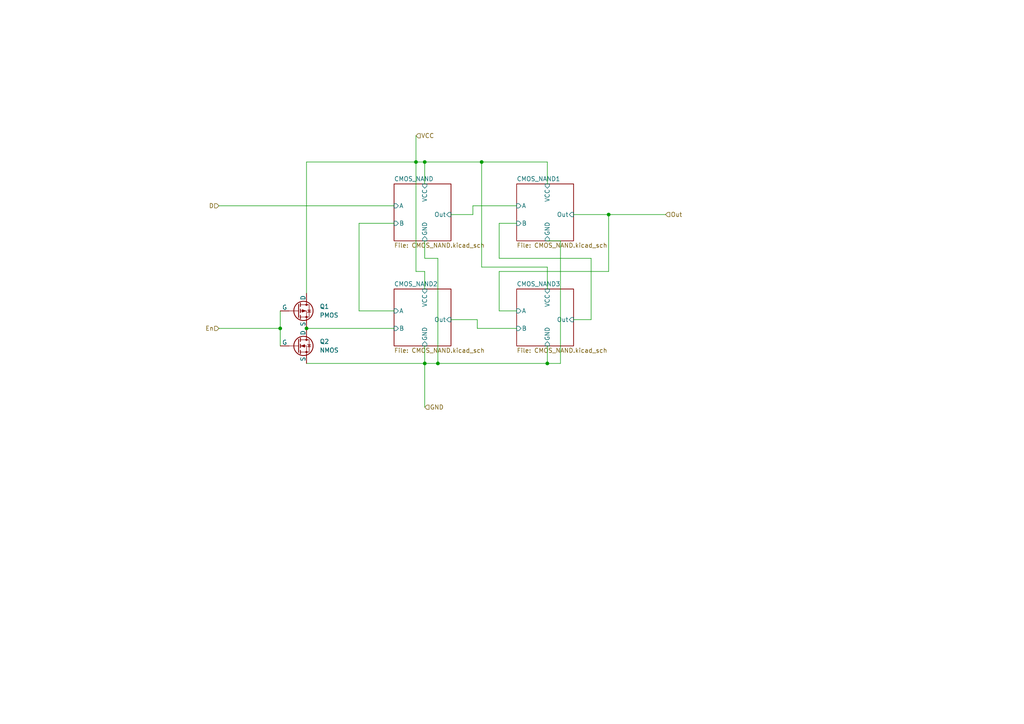
<source format=kicad_sch>
(kicad_sch (version 20230121) (generator eeschema)
  (paper "A4")
  (lib_symbols
    (symbol "Simulation_SPICE:NMOS" (pin_numbers hide) (pin_names (offset 0))
      (property "Reference" "Q" (at 5.08 1.27 0))
      (property "Value" "NMOS" (at 5.08 -1.27 0))
      (symbol "NMOS_0_1"
        (polyline (pts (xy 0.254 0) (xy -2.54 0)))
        (polyline (pts (xy 0.254 1.905) (xy 0.254 -1.905)) (stroke (width 0.254)))
        (polyline (pts (xy 0.762 -1.27) (xy 0.762 -2.286)) (stroke (width 0.254)))
        (polyline (pts (xy 0.762 0.508) (xy 0.762 -0.508)) (stroke (width 0.254)))
        (polyline (pts (xy 0.762 2.286) (xy 0.762 1.27)) (stroke (width 0.254)))
        (polyline (pts (xy 2.54 2.54) (xy 2.54 1.778)))
        (polyline (pts (xy 2.54 -2.54) (xy 2.54 0) (xy 0.762 0)))
        (polyline (pts (xy 0.762 -1.778) (xy 3.302 -1.778) (xy 3.302 1.778) (xy 0.762 1.778)))
        (polyline (pts (xy 1.016 0) (xy 2.032 0.381) (xy 2.032 -0.381) (xy 1.016 0)) (fill (type outline)))
        (polyline (pts (xy 2.794 0.508) (xy 2.921 0.381) (xy 3.683 0.381) (xy 3.81 0.254)))
        (polyline (pts (xy 3.302 0.381) (xy 2.921 -0.254) (xy 3.683 -0.254) (xy 3.302 0.381)))
        (circle (center 1.651 0) (radius 2.794) (stroke (width 0.254)))
        (circle (center 2.54 -1.778) (radius 0.254) (fill (type outline)))
        (circle (center 2.54 1.778) (radius 0.254) (fill (type outline)))
      )
      (symbol "NMOS_1_1"
        (pin passive line (at 2.54 5.08 270) (length 2.54) (name "D") (number "1"))
        (pin input line (at -5.08 0 0) (length 2.54) (name "G") (number "2"))
        (pin passive line (at 2.54 -5.08 90) (length 2.54) (name "S") (number "3"))
      )
    )
    (symbol "Simulation_SPICE:PMOS" (pin_numbers hide) (pin_names (offset 0))
      (property "Reference" "Q" (at 5.08 1.27 0))
      (property "Value" "PMOS" (at 5.08 -1.27 0))
      (symbol "PMOS_0_1"
        (polyline (pts (xy 0.254 0) (xy -2.54 0)))
        (polyline (pts (xy 0.254 1.905) (xy 0.254 -1.905)) (stroke (width 0.254)))
        (polyline (pts (xy 0.762 -1.27) (xy 0.762 -2.286)) (stroke (width 0.254)))
        (polyline (pts (xy 0.762 0.508) (xy 0.762 -0.508)) (stroke (width 0.254)))
        (polyline (pts (xy 0.762 2.286) (xy 0.762 1.27)) (stroke (width 0.254)))
        (polyline (pts (xy 2.54 2.54) (xy 2.54 1.778)))
        (polyline (pts (xy 2.54 -2.54) (xy 2.54 0) (xy 0.762 0)))
        (polyline (pts (xy 0.762 1.778) (xy 3.302 1.778) (xy 3.302 -1.778) (xy 0.762 -1.778)))
        (polyline (pts (xy 2.286 0) (xy 1.27 0.381) (xy 1.27 -0.381) (xy 2.286 0)) (fill (type outline)))
        (polyline (pts (xy 2.794 -0.508) (xy 2.921 -0.381) (xy 3.683 -0.381) (xy 3.81 -0.254)))
        (polyline (pts (xy 3.302 -0.381) (xy 2.921 0.254) (xy 3.683 0.254) (xy 3.302 -0.381)))
        (circle (center 1.651 0) (radius 2.794) (stroke (width 0.254)))
        (circle (center 2.54 -1.778) (radius 0.254) (fill (type outline)))
        (circle (center 2.54 1.778) (radius 0.254) (fill (type outline)))
      )
      (symbol "PMOS_1_1"
        (pin passive line (at 2.54 5.08 270) (length 2.54) (name "D") (number "1"))
        (pin input line (at -5.08 0 0) (length 2.54) (name "G") (number "2"))
        (pin passive line (at 2.54 -5.08 90) (length 2.54) (name "S") (number "3"))
      )
    )
  )
  (junction (at 81.28 95.25))
  (junction (at 176.53 62.23))
  (junction (at 123.19 46.99))
  (junction (at 88.9 95.25))
  (junction (at 127 105.41))
  (junction (at 158.75 105.41))
  (junction (at 120.65 46.99))
  (junction (at 123.19 105.41))
  (junction (at 139.7 46.99))
  (wire (pts (xy 144.78 78.74) (xy 176.53 78.74)))
  (wire (pts (xy 149.86 90.17) (xy 144.78 90.17)))
  (wire (pts (xy 158.75 83.82) (xy 158.75 77.47)))
  (wire (pts (xy 171.45 74.93) (xy 171.45 92.71)))
  (wire (pts (xy 139.7 46.99) (xy 158.75 46.99)))
  (wire (pts (xy 63.5 95.25) (xy 81.28 95.25)))
  (wire (pts (xy 114.3 64.77) (xy 104.14 64.77)))
  (wire (pts (xy 162.56 105.41) (xy 158.75 105.41)))
  (wire (pts (xy 123.19 105.41) (xy 127 105.41)))
  (wire (pts (xy 120.65 78.74) (xy 120.65 46.99)))
  (wire (pts (xy 123.19 69.85) (xy 123.19 74.93)))
  (wire (pts (xy 130.81 92.71) (xy 138.43 92.71)))
  (wire (pts (xy 158.75 69.85) (xy 162.56 69.85)))
  (wire (pts (xy 138.43 92.71) (xy 138.43 95.25)))
  (wire (pts (xy 123.19 78.74) (xy 120.65 78.74)))
  (wire (pts (xy 139.7 46.99) (xy 139.7 77.47)))
  (wire (pts (xy 144.78 64.77) (xy 144.78 74.93)))
  (wire (pts (xy 127 74.93) (xy 127 105.41)))
  (wire (pts (xy 123.19 105.41) (xy 123.19 100.33)))
  (wire (pts (xy 176.53 62.23) (xy 166.37 62.23)))
  (wire (pts (xy 123.19 105.41) (xy 123.19 118.11)))
  (wire (pts (xy 162.56 69.85) (xy 162.56 105.41)))
  (wire (pts (xy 123.19 74.93) (xy 127 74.93)))
  (wire (pts (xy 138.43 95.25) (xy 149.86 95.25)))
  (wire (pts (xy 158.75 77.47) (xy 139.7 77.47)))
  (wire (pts (xy 88.9 85.09) (xy 88.9 46.99)))
  (wire (pts (xy 88.9 46.99) (xy 120.65 46.99)))
  (wire (pts (xy 149.86 64.77) (xy 144.78 64.77)))
  (wire (pts (xy 120.65 39.37) (xy 120.65 46.99)))
  (wire (pts (xy 130.81 62.23) (xy 137.16 62.23)))
  (wire (pts (xy 158.75 46.99) (xy 158.75 53.34)))
  (wire (pts (xy 123.19 46.99) (xy 123.19 53.34)))
  (wire (pts (xy 88.9 105.41) (xy 123.19 105.41)))
  (wire (pts (xy 120.65 46.99) (xy 123.19 46.99)))
  (wire (pts (xy 104.14 64.77) (xy 104.14 90.17)))
  (wire (pts (xy 137.16 62.23) (xy 137.16 59.69)))
  (wire (pts (xy 176.53 62.23) (xy 176.53 78.74)))
  (wire (pts (xy 88.9 95.25) (xy 114.3 95.25)))
  (wire (pts (xy 104.14 90.17) (xy 114.3 90.17)))
  (wire (pts (xy 81.28 90.17) (xy 81.28 95.25)))
  (wire (pts (xy 158.75 105.41) (xy 127 105.41)))
  (wire (pts (xy 137.16 59.69) (xy 149.86 59.69)))
  (wire (pts (xy 166.37 92.71) (xy 171.45 92.71)))
  (wire (pts (xy 63.5 59.69) (xy 114.3 59.69)))
  (wire (pts (xy 81.28 95.25) (xy 81.28 100.33)))
  (wire (pts (xy 123.19 83.82) (xy 123.19 78.74)))
  (wire (pts (xy 144.78 90.17) (xy 144.78 78.74)))
  (wire (pts (xy 158.75 105.41) (xy 158.75 100.33)))
  (wire (pts (xy 176.53 62.23) (xy 193.04 62.23)))
  (wire (pts (xy 144.78 74.93) (xy 171.45 74.93)))
  (wire (pts (xy 123.19 46.99) (xy 139.7 46.99)))
  (hierarchical_label "En" (shape input) (at 63.5 95.25 180))
  (hierarchical_label "D" (shape input) (at 63.5 59.69 180))
  (hierarchical_label "GND" (shape input) (at 123.19 118.11 0))
  (hierarchical_label "Out" (shape input) (at 193.04 62.23 0))
  (hierarchical_label "VCC" (shape input) (at 120.65 39.37 0))
  (symbol (lib_id "Simulation_SPICE:NMOS") (at 86.36 100.33 0) (unit 1)
    (property "Reference" "Q2" (at 92.71 99.06 0) (effects (justify left)))
    (property "Value" "NMOS" (at 92.71 101.6 0) (effects (justify left)))
    (property "Datasheet" "https://ngspice.sourceforge.io/docs/ngspice-html-manual/manual.xhtml#cha_MOSFETs" (effects hide))
    (property "Sim.Device" "NMOS" (effects hide))
    (property "Sim.Type" "VDMOS" (effects hide))
    (property "Sim.Pins" "1=D 2=G 3=S" (effects hide))
    (instances (project "qrng" (path "" (reference "Q2") (unit 1)) (path "" (reference "Q20") (unit 1)) (path "" (reference "Q22") (unit 1)) (path "" (reference "Q74") (unit 1)) (path "" (reference "Q76") (unit 1)) (path "" (reference "Q110") (unit 1)) (path "" (reference "Q112") (unit 1)) (path "" (reference "Q51") (unit 1))))
  )
  (symbol (lib_id "Simulation_SPICE:PMOS") (at 86.36 90.17 0) (unit 1)
    (property "Reference" "Q1" (at 92.71 88.9 0) (effects (justify left)))
    (property "Value" "PMOS" (at 92.71 91.44 0) (effects (justify left)))
    (property "Datasheet" "https://ngspice.sourceforge.io/docs/ngspice-html-manual/manual.xhtml#cha_MOSFETs" (effects hide))
    (property "Sim.Device" "PMOS" (effects hide))
    (property "Sim.Type" "VDMOS" (effects hide))
    (property "Sim.Pins" "1=D 2=G 3=S" (effects hide))
    (instances (project "qrng" (path "" (reference "Q1") (unit 1)) (path "" (reference "Q19") (unit 1)) (path "" (reference "Q21") (unit 1)) (path "" (reference "Q73") (unit 1)) (path "" (reference "Q75") (unit 1)) (path "" (reference "Q109") (unit 1)) (path "" (reference "Q111") (unit 1)) (path "" (reference "Q52") (unit 1))))
  )
  (sheet (at 149.86 53.34) (size 16.51 16.51) (stroke (width 0.1524))
    (property "Sheetname" "CMOS_NAND1" (at 149.86 52.6284 0) (effects (justify left bottom)))
    (property "Sheetfile" "CMOS_NAND.kicad_sch" (at 149.86 70.4346 0) (effects (justify left top)))
    (pin "B" input (at 149.86 64.77 180))
    (pin "Out" input (at 166.37 62.23 0))
    (pin "GND" input (at 158.75 69.85 270))
    (pin "VCC" input (at 158.75 53.34 90))
    (pin "A" input (at 149.86 59.69 180))
  )
  (sheet (at 149.86 83.82) (size 16.51 16.51) (stroke (width 0.1524))
    (property "Sheetname" "CMOS_NAND3" (at 149.86 83.1084 0) (effects (justify left bottom)))
    (property "Sheetfile" "CMOS_NAND.kicad_sch" (at 149.86 100.9146 0) (effects (justify left top)))
    (pin "B" input (at 149.86 95.25 180))
    (pin "Out" input (at 166.37 92.71 0))
    (pin "GND" input (at 158.75 100.33 270))
    (pin "VCC" input (at 158.75 83.82 90))
    (pin "A" input (at 149.86 90.17 180))
  )
  (sheet (at 114.3 83.82) (size 16.51 16.51) (stroke (width 0.1524))
    (property "Sheetname" "CMOS_NAND2" (at 114.3 83.1084 0) (effects (justify left bottom)))
    (property "Sheetfile" "CMOS_NAND.kicad_sch" (at 114.3 100.9146 0) (effects (justify left top)))
    (pin "B" input (at 114.3 95.25 180))
    (pin "Out" input (at 130.81 92.71 0))
    (pin "GND" input (at 123.19 100.33 270))
    (pin "VCC" input (at 123.19 83.82 90))
    (pin "A" input (at 114.3 90.17 180))
  )
  (sheet (at 114.3 53.34) (size 16.51 16.51) (stroke (width 0.1524))
    (property "Sheetname" "CMOS_NAND" (at 114.3 52.6284 0) (effects (justify left bottom)))
    (property "Sheetfile" "CMOS_NAND.kicad_sch" (at 114.3 70.4346 0) (effects (justify left top)))
    (pin "B" input (at 114.3 64.77 180))
    (pin "Out" input (at 130.81 62.23 0))
    (pin "GND" input (at 123.19 69.85 270))
    (pin "VCC" input (at 123.19 53.34 90))
    (pin "A" input (at 114.3 59.69 180))
  )
)
</source>
